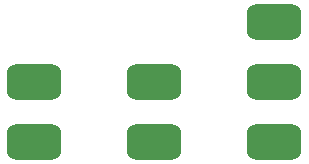
<source format=gbr>
%TF.GenerationSoftware,KiCad,Pcbnew,8.0.5*%
%TF.CreationDate,2025-02-28T15:20:49+09:00*%
%TF.ProjectId,PCB_Sim,5043425f-5369-46d2-9e6b-696361645f70,rev?*%
%TF.SameCoordinates,Original*%
%TF.FileFunction,Paste,Top*%
%TF.FilePolarity,Positive*%
%FSLAX46Y46*%
G04 Gerber Fmt 4.6, Leading zero omitted, Abs format (unit mm)*
G04 Created by KiCad (PCBNEW 8.0.5) date 2025-02-28 15:20:49*
%MOMM*%
%LPD*%
G01*
G04 APERTURE LIST*
G04 Aperture macros list*
%AMRoundRect*
0 Rectangle with rounded corners*
0 $1 Rounding radius*
0 $2 $3 $4 $5 $6 $7 $8 $9 X,Y pos of 4 corners*
0 Add a 4 corners polygon primitive as box body*
4,1,4,$2,$3,$4,$5,$6,$7,$8,$9,$2,$3,0*
0 Add four circle primitives for the rounded corners*
1,1,$1+$1,$2,$3*
1,1,$1+$1,$4,$5*
1,1,$1+$1,$6,$7*
1,1,$1+$1,$8,$9*
0 Add four rect primitives between the rounded corners*
20,1,$1+$1,$2,$3,$4,$5,0*
20,1,$1+$1,$4,$5,$6,$7,0*
20,1,$1+$1,$6,$7,$8,$9,0*
20,1,$1+$1,$8,$9,$2,$3,0*%
G04 Aperture macros list end*
%ADD10RoundRect,0.762000X-1.524000X-0.762000X1.524000X-0.762000X1.524000X0.762000X-1.524000X0.762000X0*%
G04 APERTURE END LIST*
D10*
%TO.C,D1*%
X167640000Y-99060000D03*
X167640000Y-104140000D03*
%TD*%
%TO.C,RV1*%
X177800000Y-93980000D03*
X177800000Y-99060000D03*
X177800000Y-104140000D03*
%TD*%
%TO.C,SW1*%
X157480000Y-99060000D03*
X157480000Y-104140000D03*
%TD*%
M02*

</source>
